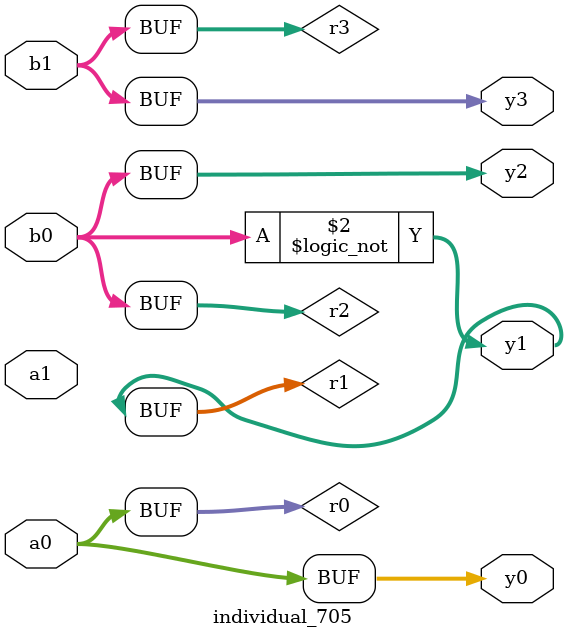
<source format=sv>
module individual_705(input logic [15:0] a1, input logic [15:0] a0, input logic [15:0] b1, input logic [15:0] b0, output logic [15:0] y3, output logic [15:0] y2, output logic [15:0] y1, output logic [15:0] y0);
logic [15:0] r0, r1, r2, r3; 
 always@(*) begin 
	 r0 = a0; r1 = a1; r2 = b0; r3 = b1; 
 	 r1 = ! r2 ;
 	 y3 = r3; y2 = r2; y1 = r1; y0 = r0; 
end
endmodule
</source>
